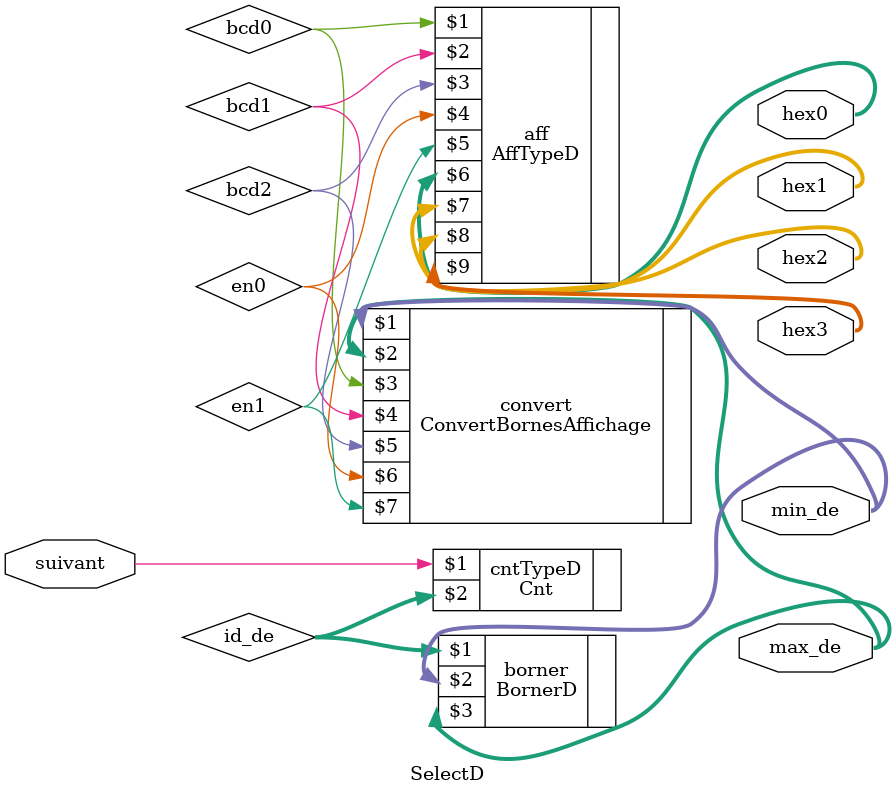
<source format=v>
module SelectD(suivant, min_de, max_de, hex0, hex1, hex2, hex3);

input suivant;
output[6:0] min_de, max_de;
output[6:0] hex0, hex1, hex2, hex3;

wire[2:0] id_de;
wire en0, en1;

Cnt #(3, 8, 0)cntTypeD(suivant, id_de);
BornerD borner(id_de, min_de, max_de);
ConvertBornesAffichage convert(min_de, max_de, bcd0, bcd1, bcd2, en0, en1);
AffTypeD aff(bcd0, bcd1, bcd2, en0, en1, hex0, hex1, hex2, hex3);

endmodule

</source>
